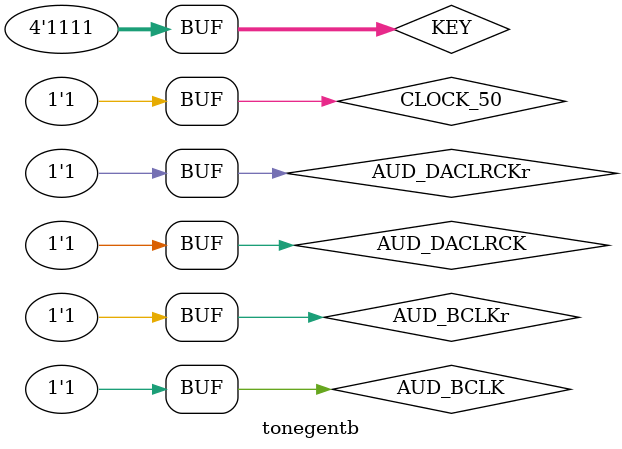
<source format=v>
`timescale 1ns/1ns

module tonegentb;

	reg  AUD_ADCDAT;
	wire AUD_ADCLRCK;
	reg  AUD_BCLKr;
	wire AUD_BCLK;
	wire AUD_DACDAT;
	reg  AUD_DACLRCKr;
	wire AUD_DACLRCK;
	wire AUD_XCKl;

	reg CLOCK2_50;
	reg CLOCK3_50;
	reg CLOCK4_50;
	reg CLOCK_50;

	wire FPGA_I2C_SCLK;
	wire FPGA_I2C_SDAT;

	reg [3:0] KEY;
	wire [9:0] LEDR;
	wire [35:0] GPIO;

	tonegen DUT(AUD_ADCDAT,
	            AUD_ADCLRCK,
	             AUD_BCLK,
	             AUD_DACDAT,
	             AUD_DACLRCK,
	             AUD_XCK,
	             CLOCK2_50,
	             CLOCK3_50,
	             CLOCK4_50,
	             CLOCK_50,
	             FPGA_I2C_SCLK,
	             FPGA_I2C_SDAT,
               KEY,
               LEDR,
               GPIO);

   wire [7:0] myReg0;
   wire [7:0] myReg1;
   wire [7:0] myReg2;
   wire [7:0] myReg3;
   wire [7:0] myReg4;
   wire [7:0] myReg5;
   wire [7:0] myReg6;
   wire [7:0] myReg7;
   
   i2cSlave receiver(.clk(CLOCK_50),
                     .rst(~KEY[0]),
                     .sda(FPGA_I2C_SDAT),
                     .scl(FPGA_I2C_SCLK),
                     .myReg0(myReg0),
                     .myReg1(myReg1),
                     .myReg2(myReg2),
                     .myReg3(myReg3),
                     .myReg4(myReg4),
                     .myReg5(myReg5),
                     .myReg6(myReg6),
                     .myReg7(myReg7)
                     );

   initial
     begin
        KEY[0] = 1'b1;
        KEY[1] = 1'b1;
        KEY[2] = 1'b1;
        KEY[3] = 1'b1;
        #200;
        KEY[0] = 1'b0; // reset
        #200;
        KEY[0] = 1'b1;
     end
   
   always 
     begin
        CLOCK_50 = 1'b0;
        #10;
        CLOCK_50 = 1'b1;
        #10;
     end

   always 
     begin
        AUD_BCLKr = 1'b0;
        #160;
        AUD_BCLKr = 1'b1;
        #160;
     end

   always 
     begin
        AUD_DACLRCKr = 1'b0;
        #10240;
        AUD_DACLRCKr = 1'b1;
        #10240;
     end

    assign AUD_BCLK    = AUD_BCLKr;
    assign AUD_DACLRCK = AUD_DACLRCKr;

	initial
	  begin
	     	#10000;
	     	KEY[2] = 1'b0;
	     	#50;
	     	KEY[2] = 1'b1;
	  end
	  
endmodule
</source>
